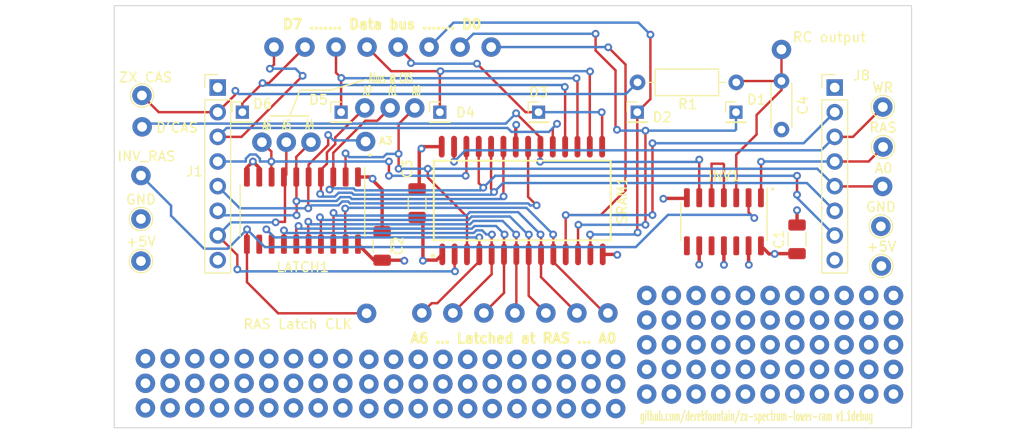
<source format=kicad_pcb>
(kicad_pcb (version 20211014) (generator pcbnew)
  (layers (0 "F.Cu" signal) (1 "In1.Cu" power) (2 "In2.Cu" power) (31 "B.Cu" signal) (34 "B.Paste" user) (35 "F.Paste" user) (36 "B.SilkS" user "B.Silkscreen") (37 "F.SilkS" user "F.Silkscreen") (38 "B.Mask" user) (39 "F.Mask" user) (44 "Edge.Cuts" user))
  (net 0 "")
  (net 1 "+5V")
  (net 2 "GND")
  (net 3 "ZX_CAS")
  (net 4 "ZX_D7")
  (net 5 "ZX_A6")
  (net 6 "ZX_A3")
  (net 7 "ZX_A4")
  (net 8 "ZX_A5")
  (net 9 "ZX_D6")
  (net 10 "ZX_D5")
  (net 11 "ZX_D4")
  (net 12 "ZX_D3")
  (net 13 "ZX_D2")
  (net 14 "ZX_D1")
  (net 16 "ZX_D0")
  (net 17 "ZX_WRITE")
  (net 18 "ZX_RAS")
  (net 19 "ZX_A0")
  (net 20 "ZX_A2")
  (net 21 "ZX_A1")
  (net 23 "RAS_INV")
  (net 27 "RAS_A6")
  (net 28 "RAS_A5")
  (net 29 "RAS_A4")
  (net 30 "RAS_A3")
  (net 31 "RAS_A2")
  (net 32 "RAS_A1")
  (net 33 "RAS_A0")
  (net 35 "DELAYED_ZX_CAS")
  (net 36 "INV_DELAYED_ZX_CAS")
  (net 37 "DELAYED_CAS")
  (footprint "" (layer "F.Cu") (at 171.15 107.78)
    (fp_text reference "4" hide)
    (fp_text value "" hide)
  )
  (footprint "" (layer "F.Cu") (at 160.34 119.44)
    (fp_text reference "59" hide)
    (fp_text value "" hide)
  )
  (footprint "Connector_PinHeader_2.00mm:PinHeader_1x01_P2.00mm_Vertical" (layer "F.Cu") (at 121.92 88.9)
    (fp_text reference "D6")
    (fp_text value "D6")
  )
  (footprint "" (layer "F.Cu") (at 140.02 114.36)
    (fp_text reference "27" hide)
    (fp_text value "" hide)
  )
  (footprint "" (layer "F.Cu") (at 146.773332 109.59)
    (fp_text reference "")
    (fp_text value "")
  )
  (footprint "" (layer "F.Cu") (at 145.1 114.36)
    (fp_text reference "29" hide)
    (fp_text value "" hide)
  )
  (footprint "Connector_PinHeader_2.00mm:PinHeader_1x01_P2.00mm_Vertical" (layer "F.Cu") (at 162.56 88.9)
    (fp_text reference "D2")
    (fp_text value "D2")
  )
  (footprint "TestPoint:TestPoint_THTPad_D2.0mm_Drill1.0mm" (layer "F.Cu") (at 187.6298 100.6602)
    (fp_text reference "GND")
    (fp_text value "TestPoint_THTPad_D2.0mm_Drill1.0mm")
  )
  (footprint "" (layer "F.Cu") (at 142.56 119.44)
    (fp_text reference "52" hide)
    (fp_text value "" hide)
  )
  (footprint "" (layer "F.Cu") (at 186.39 117.94)
    (fp_text reference "58" hide)
    (fp_text value "" hide)
  )
  (footprint "TestPoint:TestPoint_THTPad_D2.0mm_Drill1.0mm" (layer "F.Cu") (at 111.4806 104.2416)
    (fp_text reference "+5V")
    (fp_text value "TestPoint_THTPad_D2.0mm_Drill1.0mm")
  )
  (footprint "" (layer "F.Cu") (at 173.69 117.94)
    (fp_text reference "53" hide)
    (fp_text value "" hide)
  )
  (footprint "" (layer "F.Cu") (at 147.52 82.19)
    (fp_text reference "")
    (fp_text value "")
  )
  (footprint "" (layer "F.Cu") (at 178.77 107.78)
    (fp_text reference "7" hide)
    (fp_text value "" hide)
  )
  (footprint "" (layer "F.Cu") (at 178.77 117.94)
    (fp_text reference "55" hide)
    (fp_text value "" hide)
  )
  (footprint "" (layer "F.Cu") (at 176.23 112.86)
    (fp_text reference "30" hide)
    (fp_text value "" hide)
  )
  (footprint "Capacitor_THT:C_Disc_D4.3mm_W1.9mm_P5.00mm" (layer "F.Cu") (at 177.4 85.69 -90)
    (fp_text reference "C4")
    (fp_text value "C_Small")
  )
  (footprint "" (layer "F.Cu") (at 119.56 114.29)
    (fp_text reference "30" hide)
    (fp_text value "" hide)
  )
  (footprint "" (layer "F.Cu") (at 145.1 116.9)
    (fp_text reference "41" hide)
    (fp_text value "" hide)
  )
  (footprint "" (layer "F.Cu") (at 129.72 116.83)
    (fp_text reference "46" hide)
    (fp_text value "" hide)
  )
  (footprint "" (layer "F.Cu") (at 134.6 91.92)
    (fp_text reference "")
    (fp_text value "")
  )
  (footprint "" (layer "F.Cu") (at 124.64 119.37)
    (fp_text reference "56" hide)
    (fp_text value "" hide)
  )
  (footprint "" (layer "F.Cu") (at 157.8 116.9)
    (fp_text reference "46" hide)
    (fp_text value "" hide)
  )
  (footprint "" (layer "F.Cu") (at 122.1 114.29)
    (fp_text reference "31" hide)
    (fp_text value "" hide)
  )
  (footprint "" (layer "F.Cu") (at 166.07 117.94)
    (fp_text reference "50" hide)
    (fp_text value "" hide)
  )
  (footprint "" (layer "F.Cu") (at 178.77 110.32)
    (fp_text reference "19" hide)
    (fp_text value "" hide)
  )
  (footprint "Connector_PinHeader_2.00mm:PinHeader_1x01_P2.00mm_Vertical" (layer "F.Cu") (at 142.24 88.9)
    (fp_text reference "D4")
    (fp_text value "D4")
  )
  (footprint "" (layer "F.Cu") (at 114.48 119.37)
    (fp_text reference "52" hide)
    (fp_text value "" hide)
  )
  (footprint "" (layer "F.Cu") (at 137.48 116.9)
    (fp_text reference "38" hide)
    (fp_text value "" hide)
  )
  (footprint "" (layer "F.Cu") (at 181.31 107.78)
    (fp_text reference "8" hide)
    (fp_text value "" hide)
  )
  (footprint "" (layer "F.Cu") (at 143.581666 109.59)
    (fp_text reference "")
    (fp_text value "")
  )
  (footprint "" (layer "F.Cu") (at 176.23 115.4)
    (fp_text reference "42" hide)
    (fp_text value "" hide)
  )
  (footprint "" (layer "F.Cu") (at 181.31 117.94)
    (fp_text reference "56" hide)
    (fp_text value "" hide)
  )
  (footprint "" (layer "F.Cu") (at 142.56 116.9)
    (fp_text reference "40" hide)
    (fp_text value "" hide)
  )
  (footprint "" (layer "F.Cu") (at 156.34833 109.59)
    (fp_text reference "")
    (fp_text value "")
  )
  (footprint "" (layer "F.Cu") (at 117.02 119.37)
    (fp_text reference "53" hide)
    (fp_text value "" hide)
  )
  (footprint "" (layer "F.Cu") (at 123.93 91.99)
    (fp_text reference "")
    (fp_text value "")
  )
  (footprint "" (layer "F.Cu") (at 159.54 109.59)
    (fp_text reference "")
    (fp_text value "")
  )
  (footprint "" (layer "F.Cu") (at 155.26 114.36)
    (fp_text reference "33" hide)
    (fp_text value "" hide)
  )
  (footprint "" (layer "F.Cu") (at 124.64 116.83)
    (fp_text reference "44" hide)
    (fp_text value "" hide)
  )
  (footprint "" (layer "F.Cu") (at 127.18 119.37)
    (fp_text reference "57" hide)
    (fp_text value "" hide)
  )
  (footprint "" (layer "F.Cu") (at 150.18 119.44)
    (fp_text reference "55" hide)
    (fp_text value "" hide)
  )
  (footprint "" (layer "F.Cu") (at 173.69 112.86)
    (fp_text reference "29" hide)
    (fp_text value "" hide)
  )
  (footprint "TestPoint:TestPoint_THTPad_D2.0mm_Drill1.0mm" (layer "F.Cu") (at 111.4806 99.8982)
    (fp_text reference "GND")
    (fp_text value "TestPoint_THTPad_D2.0mm_Drill1.0mm")
  )
  (footprint "Library:SOIC127P1210X305-28N" (layer "F.Cu") (at 150.718809 98 90)
    (fp_text reference "SRAM1")
    (fp_text value "IS62C256AL-45ULI")
  )
  (footprint "" (layer "F.Cu") (at 111.94 119.37)
    (fp_text reference "51" hide)
    (fp_text value "" hide)
  )
  (footprint "" (layer "F.Cu") (at 152.72 116.9)
    (fp_text reference "44" hide)
    (fp_text value "" hide)
  )
  (footprint "" (layer "F.Cu") (at 111.4806 95.4278)
    (fp_text reference "")
    (fp_text value "")
  )
  (footprint "" (layer "F.Cu") (at 127.18 114.29)
    (fp_text reference "33" hide)
    (fp_text value "" hide)
  )
  (footprint "" (layer "F.Cu") (at 147.64 119.44)
    (fp_text reference "54" hide)
    (fp_text value "" hide)
  )
  (footprint "" (layer "F.Cu") (at 144.327142 82.19)
    (fp_text reference "")
    (fp_text value "")
  )
  (footprint "" (layer "F.Cu") (at 145.1 119.44)
    (fp_text reference "53" hide)
    (fp_text value "" hide)
  )
  (footprint "" (layer "F.Cu") (at 163.53 107.78)
    (fp_text reference "1" hide)
    (fp_text value "" hide)
  )
  (footprint "" (layer "F.Cu") (at 127.18 116.83)
    (fp_text reference "45" hide)
    (fp_text value "" hide)
  )
  (footprint "" (layer "F.Cu") (at 181.31 110.32)
    (fp_text reference "20" hide)
    (fp_text value "" hide)
  )
  (footprint "" (layer "F.Cu") (at 188.93 112.86)
    (fp_text reference "35" hide)
    (fp_text value "" hide)
  )
  (footprint "" (layer "F.Cu") (at 168.61 117.94)
    (fp_text reference "51" hide)
    (fp_text value "" hide)
  )
  (footprint "" (layer "F.Cu") (at 188.93 115.4)
    (fp_text reference "47" hide)
    (fp_text value "" hide)
  )
  (footprint "" (layer "F.Cu") (at 173.69 110.32)
    (fp_text reference "17" hide)
    (fp_text value "" hide)
  )
  (footprint "" (layer "F.Cu") (at 178.77 112.86)
    (fp_text reference "31" hide)
    (fp_text value "" hide)
  )
  (footprint "TestPoint:TestPoint_THTPad_D2.0mm_Drill1.0mm" (layer "F.Cu") (at 111.5822 87.1728)
    (fp_text reference "ZX CAS")
    (fp_text value "TestPoint_THTPad_D2.0mm_Drill1.0mm")
  )
  (footprint "" (layer "F.Cu") (at 168.61 110.32)
    (fp_text reference "15" hide)
    (fp_text value "" hide)
  )
  (footprint "" (layer "F.Cu") (at 117.02 116.83)
    (fp_text reference "41" hide)
    (fp_text value "" hide)
  )
  (footprint "" (layer "F.Cu") (at 132.26 114.29)
    (fp_text reference "35" hide)
    (fp_text value "" hide)
  )
  (footprint "" (layer "F.Cu") (at 137.48 119.44)
    (fp_text reference "50" hide)
    (fp_text value "" hide)
  )
  (footprint "Connector_PinHeader_2.54mm:PinHeader_1x08_P2.54mm_Vertical" (layer "F.Cu") (at 119.38 86.36)
    (fp_text reference "J1")
    (fp_text value "Conn_01x08_Male")
  )
  (footprint "" (layer "F.Cu") (at 111.94 114.29)
    (fp_text reference "27" hide)
    (fp_text value "" hide)
  )
  (footprint "" (layer "F.Cu") (at 176.23 117.94)
    (fp_text reference "54" hide)
    (fp_text value "" hide)
  )
  (footprint "Capacitor_SMD:C_1206_3216Metric" (layer "F.Cu") (at 179 102 90)
    (fp_text reference "C1")
    (fp_text value "C_Small")
  )
  (footprint "" (layer "F.Cu") (at 139.66 88.46)
    (fp_text reference "")
    (fp_text value "")
  )
  (footprint "" (layer "F.Cu") (at 141.134285 82.19)
    (fp_text reference "")
    (fp_text value "")
  )
  (footprint "" (layer "F.Cu") (at 150.18 116.9)
    (fp_text reference "43" hide)
    (fp_text value "" hide)
  )
  (footprint "Resistor_THT:R_Axial_DIN0207_L6.3mm_D2.5mm_P10.16mm_Horizontal" (layer "F.Cu") (at 162.5854 85.8266)
    (fp_text reference "R1")
    (fp_text value "270R")
  )
  (footprint "" (layer "F.Cu") (at 134.7 109.62)
    (fp_text reference "")
    (fp_text value "")
  )
  (footprint "" (layer "F.Cu") (at 137.941428 82.19)
    (fp_text reference "")
    (fp_text value "")
  )
  (footprint "" (layer "F.Cu") (at 155.26 116.9)
    (fp_text reference "45" hide)
    (fp_text value "" hide)
  )
  (footprint "" (layer "F.Cu") (at 168.61 107.78)
    (fp_text reference "3" hide)
    (fp_text value "" hide)
  )
  (footprint "" (layer "F.Cu") (at 168.61 115.4)
    (fp_text reference "39" hide)
    (fp_text value "" hide)
  )
  (footprint "" (layer "F.Cu") (at 147.64 114.36)
    (fp_text reference "30" hide)
    (fp_text value "" hide)
  )
  (footprint "" (layer "F.Cu") (at 163.53 110.32)
    (fp_text reference "13" hide)
    (fp_text value "" hide)
  )
  (footprint "Capacitor_SMD:C_1206_3216Metric" (layer "F.Cu") (at 136.3 102.675 90)
    (fp_text reference "C2")
    (fp_text value "C_Small")
  )
  (footprint "" (layer "F.Cu") (at 134.748571 82.19)
    (fp_text reference "")
    (fp_text value "")
  )
  (footprint "" (layer "F.Cu") (at 168.61 112.86)
    (fp_text reference "27" hide)
    (fp_text value "" hide)
  )
  (footprint "" (layer "F.Cu") (at 186.39 107.78)
    (fp_text reference "10" hide)
    (fp_text value "" hide)
  )
  (footprint "Connector_PinHeader_2.54mm:PinHeader_1x08_P2.54mm_Vertical" (layer "F.Cu") (at 182.88 86.36)
    (fp_text reference "J8")
    (fp_text value "Conn_01x08_Male")
  )
  (footprint "" (layer "F.Cu") (at 152.72 119.44)
    (fp_text reference "56" hide)
    (fp_text value "" hide)
  )
  (footprint "Connector_PinHeader_2.00mm:PinHeader_1x01_P2.00mm_Vertical" (layer "F.Cu") (at 132.08 88.9)
    (fp_text reference "D5")
    (fp_text value "D5")
  )
  (footprint "" (layer "F.Cu") (at 176.23 110.32)
    (fp_text reference "18" hide)
    (fp_text value "" hide)
  )
  (footprint "" (layer "F.Cu") (at 188.93 117.94)
    (fp_text reference "59" hide)
    (fp_text value "" hide)
  )
  (footprint "" (layer "F.Cu") (at 163.53 117.94)
    (fp_text reference "49" hide)
    (fp_text value "" hide)
  )
  (footprint "" (layer "F.Cu") (at 160.34 116.9)
    (fp_text reference "47" hide)
    (fp_text value "" hide)
  )
  (footprint "" (layer "F.Cu") (at 150.18 114.36)
    (fp_text reference "31" hide)
    (fp_text value "" hide)
  )
  (footprint "" (layer "F.Cu") (at 163.53 115.4)
    (fp_text reference "37" hide)
    (fp_text value "" hide)
  )
  (footprint "" (layer "F.Cu") (at 132.26 116.83)
    (fp_text reference "47" hide)
    (fp_text value "" hide)
  )
  (footprint "" (layer "F.Cu") (at 149.964998 109.59)
    (fp_text reference "")
    (fp_text value "")
  )
  (footprint "" (layer "F.Cu") (at 131.555714 82.19)
    (fp_text reference "")
    (fp_text value "")
  )
  (footprint "" (layer "F.Cu") (at 147.64 116.9)
    (fp_text reference "42" hide)
    (fp_text value "" hide)
  )
  (footprint "" (layer "F.Cu") (at 171.15 110.32)
    (fp_text reference "16" hide)
    (fp_text value "" hide)
  )
  (footprint "" (layer "F.Cu") (at 111.94 116.83)
    (fp_text reference "39" hide)
    (fp_text value "" hide)
  )
  (footprint "" (layer "F.Cu") (at 163.53 112.86)
    (fp_text reference "25" hide)
    (fp_text value "" hide)
  )
  (footprint "" (layer "F.Cu") (at 166.07 107.78)
    (fp_text reference "2" hide)
    (fp_text value "" hide)
  )
  (footprint "" (layer "F.Cu") (at 134.52 88.46)
    (fp_text reference "")
    (fp_text value "")
  )
  (footprint "" (layer "F.Cu") (at 176.23 107.78)
    (fp_text reference "6" hide)
    (fp_text value "" hide)
  )
  (footprint "" (layer "F.Cu") (at 124.64 114.29)
    (fp_text reference "32" hide)
    (fp_text value "" hide)
  )
  (footprint "" (layer "F.Cu") (at 125.17 82.19)
    (fp_text reference "")
    (fp_text value "")
  )
  (footprint "" (layer "F.Cu") (at 140.02 119.44)
    (fp_text reference "51" hide)
    (fp_text value "" hide)
  )
  (footprint "" (layer "F.Cu") (at 153.156664 109.59)
    (fp_text reference "")
    (fp_text value "")
  )
  (footprint "Connector_PinHeader_2.00mm:PinHeader_1x01_P2.00mm_Vertical" (layer "F.Cu") (at 172.72 88.9)
    (fp_text reference "D1")
    (fp_text value "D1")
  )
  (footprint "" (layer "F.Cu") (at 183.85 110.32)
    (fp_text reference "21" hide)
    (fp_text value "" hide)
  )
  (footprint "" (layer "F.Cu") (at 157.8 119.44)
    (fp_text reference "58" hide)
    (fp_text value "" hide)
  )
  (footprint "" (layer "F.Cu") (at 140.02 116.9)
    (fp_text reference "39" hide)
    (fp_text value "" hide)
  )
  (footprint "" (layer "F.Cu") (at 188.93 110.32)
    (fp_text reference "23" hide)
    (fp_text value "" hide)
  )
  (footprint "" (layer "F.Cu") (at 171.15 115.4)
    (fp_text reference "40" hide)
    (fp_text value "" hide)
  )
  (footprint "TestPoint:TestPoint_THTPad_D2.0mm_Drill1.0mm" (layer "F.Cu") (at 187.6806 104.7496)
    (fp_text reference "+5V")
    (fp_text value "TestPoint_THTPad_D2.0mm_Drill1.0mm")
  )
  (footprint "" (layer "F.Cu") (at 188.93 107.78)
    (fp_text reference "11" hide)
    (fp_text value "" hide)
  )
  (footprint "" (layer "F.Cu") (at 171.15 112.86)
    (fp_text reference "28" hide)
    (fp_text value "" hide)
  )
  (footprint "" (layer "F.Cu") (at 128.362857 82.19)
    (fp_text reference "")
    (fp_text value "")
  )
  (footprint "" (layer "F.Cu") (at 173.69 115.4)
    (fp_text reference "41" hide)
    (fp_text value "" hide)
  )
  (footprint "" (layer "F.Cu") (at 137.12 88.46)
    (fp_text reference "")
    (fp_text value "")
  )
  (footprint "" (layer "F.Cu") (at 186.39 110.32)
    (fp_text reference "22" hide)
    (fp_text value "" hide)
  )
  (footprint "Package_SO:SO-20_5.3x12.6mm_P1.27mm" (layer "F.Cu") (at 128.1 99.04 -90)
    (fp_text reference "LATCH1")
    (fp_text value "74HCT574")
  )
  (footprint "" (layer "F.Cu") (at 122.1 119.37)
    (fp_text reference "55" hide)
    (fp_text value "" hide)
  )
  (footprint "" (layer "F.Cu") (at 119.56 119.37)
    (fp_text reference "54" hide)
    (fp_text value "" hide)
  )
  (footprint "" (layer "F.Cu") (at 186.39 115.4)
    (fp_text reference "46" hide)
    (fp_text value "" hide)
  )
  (footprint "" (layer "F.Cu") (at 129.72 119.37)
    (fp_text reference "58" hide)
    (fp_text value "" hide)
  )
  (footprint "" (layer "F.Cu") (at 134.94 114.36)
    (fp_text reference "25" hide)
    (fp_text value "" hide)
  )
  (footprint "" (layer "F.Cu") (at 134.94 119.44)
    (fp_text reference "49" hide)
    (fp_text value "" hide)
  )
  (footprint "" (layer "F.Cu") (at 166.07 110.32)
    (fp_text reference "14" hide)
    (fp_text value "" hide)
  )
  (footprint "" (layer "F.Cu") (at 142.56 114.36)
    (fp_text reference "28" hide)
    (fp_text value "" hide)
  )
  (footprint "" (layer "F.Cu") (at 117.02 114.29)
    (fp_text reference "29" hide)
    (fp_text value "" hide)
  )
  (footprint "" (layer "F.Cu") (at 137.48 114.36)
    (fp_text reference "26" hide)
    (fp_text value "" hide)
  )
  (footprint "" (layer "F.Cu") (at 181.31 112.86)
    (fp_text reference "32" hide)
    (fp_text value "" hide)
  )
  (footprint "" (layer "F.Cu") (at 187.8076 96.5454)
    (fp_text reference "")
    (fp_text value "")
  )
  (footprint "Package_SO:SOIC-14_3.9x8.7mm_P1.27mm" (layer "F.Cu") (at 171.475 100.19 -90)
    (fp_text reference "INV1")
    (fp_text value "74HCT04")
  )
  (footprint "" (layer "F.Cu") (at 183.85 115.4)
    (fp_text reference "45" hide)
    (fp_text value "" hide)
  )
  (footprint "" (layer "F.Cu") (at 186.39 112.86)
    (fp_text reference "34" hide)
    (fp_text value "" hide)
  )
  (footprint "" (layer "F.Cu") (at 126.44 91.99)
    (fp_text reference "")
    (fp_text value "")
  )
  (footprint "TestPoint:TestPoint_THTPad_D2.0mm_Drill1.0mm" (layer "F.Cu") (at 187.8584 92.4814)
    (fp_text reference "RAS")
    (fp_text value "TestPoint_THTPad_D2.0mm_Drill1.0mm")
  )
  (footprint "" (layer "F.Cu") (at 183.85 107.78)
    (fp_text reference "9" hide)
    (fp_text value "" hide)
  )
  (footprint "" (layer "F.Cu") (at 140.39 109.59)
    (fp_text reference "")
    (fp_text value "")
  )
  (footprint "" (layer "F.Cu") (at 171.15 117.94)
    (fp_text reference "52" hide)
    (fp_text value "" hide)
  )
  (footprint "" (layer "F.Cu") (at 111.6 90.41)
    (fp_text reference "")
    (fp_text value "")
  )
  (footprint "" (layer "F.Cu") (at 114.48 116.83)
    (fp_text reference "40" hide)
    (fp_text value "" hide)
  )
  (footprint "" (layer "F.Cu") (at 119.56 116.83)
    (fp_text reference "42" hide)
    (fp_text value "" hide)
  )
  (footprint "" (layer "F.Cu") (at 166.07 112.86)
    (fp_text reference "26" hide)
    (fp_text value "" hide)
  )
  (footprint "" (layer "F.Cu") (at 177.4 82.44)
    (fp_text reference "")
    (fp_text value "")
  )
  (footprint "" (layer "F.Cu") (at 134.94 116.9)
    (fp_text reference "37" hide)
    (fp_text value "" hide)
  )
  (footprint "" (layer "F.Cu") (at 166.07 115.4)
    (fp_text reference "38" hide)
    (fp_text value "" hide)
  )
  (footprint "" (layer "F.Cu") (at 155.26 119.44)
    (fp_text reference "57" hide)
    (fp_text value "" hide)
  )
  (footprint "" (layer "F.Cu") (at 183.85 112.86)
    (fp_text reference "33" hide)
    (fp_text value "" hide)
  )
  (footprint "" (layer "F.Cu") (at 160.34 114.36)
    (fp_text reference "35" hide)
    (fp_text value "" hide)
  )
  (footprint "" (layer "F.Cu") (at 152.72 114.36)
    (fp_text reference "32" hide)
    (fp_text value "" hide)
  )
  (footprint "" (layer "F.Cu") (at 183.85 117.94)
    (fp_text reference "57" hide)
    (fp_text value "" hide)
  )
  (footprint "" (layer "F.Cu") (at 157.8 114.36)
    (fp_text reference "34" hide)
    (fp_text value "" hide)
  )
  (footprint "" (layer "F.Cu") (at 128.98 91.99)
    (fp_text reference "")
    (fp_text value "")
  )
  (footprint "" (layer "F.Cu") (at 173.69 107.78)
    (fp_text reference "5" hide)
    (fp_text value "" hide)
  )
  (footprint "" (layer "F.Cu") (at 114.48 114.29)
    (fp_text reference "28" hide)
    (fp_text value "" hide)
  )
  (footprint "" (layer "F.Cu") (at 129.72 114.29)
    (fp_text reference "34" hide)
    (fp_text value "" hide)
  )
  (footprint "" (layer "F.Cu") (at 181.31 115.4)
    (fp_text reference "44" hide)
    (fp_text value "" hide)
  )
  (footprint "Connector_PinHeader_2.00mm:PinHeader_1x01_P2.00mm_Vertical" (layer "F.Cu") (at 152.4 88.9)
    (fp_text reference "D3")
    (fp_text value "D3")
  )
  (footprint "" (layer "F.Cu") (at 132.26 119.37)
    (fp_text reference "59" hide)
    (fp_text value "" hide)
  )
  (footprint "Capacitor_SMD:C_1206_3216Metric" (layer "F.Cu") (at 139.9 98.264583 -90)
    (fp_text reference "C3")
    (fp_text value "C_Small")
  )
  (footprint "" (layer "F.Cu") (at 122.1 116.83)
    (fp_text reference "43" hide)
    (fp_text value "" hide)
  )
  (footprint "" (layer "F.Cu") (at 178.77 115.4)
    (fp_text reference "43" hide)
    (fp_text value "" hide)
  )
  (footprint "TestPoint:TestPoint_THTPad_D2.0mm_Drill1.0mm" (layer "F.Cu") (at 187.833 88.3666)
    (fp_text reference "WR")
    (fp_text value "TestPoint_THTPad_D2.0mm_Drill1.0mm")
  )
  (gr_line (start 127.85 86.62) (end 126.82 89.21) (layer "F.SilkS") (width 0.15))
  (gr_line (start 124.76 89.28) (end 128.76 89.28) (layer "F.SilkS") (width 0.15))
  (gr_line (start 134.61 85.54) (end 131.04 86.62) (layer "F.SilkS") (width 0.15))
  (gr_line (start 131.04 86.62) (end 127.85 86.62) (layer "F.SilkS") (width 0.15))
  (gr_circle (center 135.04 93.32) (end 135.14 93.32) (layer "F.SilkS") (width 0.15) (fill none))
  (gr_circle (center 176.48 96.82) (end 176.58 96.82) (layer "F.SilkS") (width 0.15) (fill none))
  (gr_rect (start 108.735694 77.921454) (end 190.788015 121.408096) (layer "Edge.Cuts") (width 0.1) (fill none))
  (gr_text "A2" (at 134.79 86.73) (layer "F.SilkS") (effects (font (size 1 0.5) (thickness 0.125))))
  (gr_text "" (at 111.506 90.9742) (layer "F.SilkS") (effects (font (size 1.27 1.27))))
  (gr_text "RAS Latch CLK" (at 127.63 110.73) (layer "F.SilkS") (effects (font (size 1 1))))
  (gr_text "A5" (at 126.47 90.25) (layer "F.SilkS") (effects (font (size 1 0.5) (thickness 0.125))))
  (gr_text "github.com/derekfountain/zx-spectrum-lower-ram v1.1debug" (at 174.84 120.21) (layer "F.SilkS") (effects (font (size 1 0.5) (thickness 0.125))))
  (gr_text "RC output" (at 182.32 81.17) (layer "F.SilkS") (effects (font (size 1 1))))
  (gr_text "INV_RAS" (at 112.0394 93.4466) (layer "F.SilkS") (effects (font (size 1 1))))
  (gr_text "A4" (at 128.86 90.22) (layer "F.SilkS") (effects (font (size 1 0.5) (thickness 0.125))))
  (gr_text "A6 ... Latched at RAS ... A0" (at 149.82 112.2) (layer "F.SilkS") (effects (font (size 1 1) (thickness 0.25))))
  (gr_text "D7 ....... Data bus ....... D0" (at 136.3 79.84) (layer "F.SilkS") (effects (font (size 1 1) (thickness 0.25))))
  (gr_text "" (at 111.506 90.9742) (layer "F.SilkS") (effects (font (size 1.27 1.27))))
  (gr_text "D'CAS" (at 115.2 90.49) (layer "F.SilkS") (effects (font (size 1 1))))
  (gr_text "A6" (at 124.44 90.26) (layer "F.SilkS") (effects (font (size 1 0.5) (thickness 0.125))))
  (gr_text "Abus @ CAS" (at 137.21 85.38) (layer "F.SilkS") (effects (font (size 1 0.5) (thickness 0.125))))
  (gr_text "A0" (at 187.9092 94.6658) (layer "F.SilkS") (effects (font (size 1 1))))
  (gr_text "A3" (at 136.68 91.83) (layer "F.SilkS") (effects (font (size 0.75 0.75))))
  (gr_text "A1" (at 137.42 86.69) (layer "F.SilkS") (effects (font (size 1 0.5) (thickness 0.125))))
  (gr_text "A0" (at 139.84 86.72) (layer "F.SilkS") (effects (font (size 1 0.5) (thickness 0.125))))
  (segment (start 133.815 102.5025) (end 135.6125 104.3) (width 0.35) (layer "F.Cu") (net 1))
  (segment (start 176.725 103.475) (end 179 103.475) (width 0.35) (layer "F.Cu") (net 1))
  (segment (start 176.7 103.5) (end 176.12 103.5) (width 0.35) (layer "F.Cu") (net 1))
  (segment (start 140.121235 92.878765) (end 140.35 92.65) (width 0.35) (layer "F.Cu") (net 1))
  (segment (start 176.12 103.5) (end 175.285 102.665) (width 0.35) (layer "F.Cu") (net 1))
  (segment (start 140.35 92.65) (end 140.55 92.45) (width 0.35) (layer "F.Cu") (net 1))
  (segment (start 138.529739 104.15) (end 138.585685 104.205946) (width 0.35) (layer "F.Cu") (net 1))
  (segment (start 136.3 104.15) (end 138.529739 104.15) (width 0.35) (layer "F.Cu") (net 1))
  (segment (start 140.121235 96.568348) (end 140.121235 92.878765) (width 0.35) (layer "F.Cu") (net 1))
  (segment (start 135.6125 104.3) (end 136.15 104.3) (width 0.35) (layer "F.Cu") (net 1))
  (segment (start 139.9 96.789583) (end 140.121235 96.568348) (width 0.35) (layer "F.Cu") (net 1))
  (segment (start 140.55 92.45) (end 142.433809 92.45) (width 0.35) (layer "F.Cu") (net 1))
  (segment (start 176.7 103.5) (end 176.725 103.475) (width 0.35) (layer "F.Cu") (net 1))
  (via (at 138.585685 104.205946) (size 0.8) (drill 0.4) (layers "F.Cu" "B.Cu") (net 1))
  (via (at 176.7 103.5) (size 0.8) (drill 0.4) (layers "F.Cu" "B.Cu") (net 1))
  (via (at 140.35 92.65) (size 0.8) (drill 0.4) (layers "F.Cu" "B.Cu") (net 1))
  (segment (start 122.385 94.595) (end 123 93.98) (width 0.35) (layer "F.Cu") (net 2))
  (segment (start 174.015 104.605) (end 174.015 102.665) (width 0.35) (layer "F.Cu") (net 2))
  (segment (start 171.475 102.665) (end 171.475 104.625) (width 0.35) (layer "F.Cu") (net 2))
  (segment (start 141.903809 104.14) (end 140.56 104.14) (width 0.35) (layer "F.Cu") (net 2))
  (segment (start 135.1475 95.5775) (end 133.815 95.5775) (width 0.35) (layer "F.Cu") (net 2))
  (segment (start 140.5 104.2) (end 140.5 100.339583) (width 0.35) (layer "F.Cu") (net 2))
  (segment (start 174.04 104.63) (end 174.015 104.605) (width 0.35) (layer "F.Cu") (net 2))
  (segment (start 135.32 95.75) (end 135.32 95.895) (width 0.35) (layer "F.Cu") (net 2))
  (segment (start 159.003809 103.55) (end 160.45 103.55) (width 0.35) (layer "F.Cu") (net 2))
  (segment (start 168.935 104.595) (end 168.93 104.6) (width 0.35) (layer "F.Cu") (net 2))
  (segment (start 135.32 95.895) (end 136.3 96.875) (width 0.35) (layer "F.Cu") (net 2))
  (segment (start 165.28 97.78) (end 167.6 97.78) (width 0.35) (layer "F.Cu") (net 2))
  (segment (start 171.475 104.625) (end 171.48 104.63) (width 0.35) (layer "F.Cu") (net 2))
  (segment (start 122.385 95.5775) (end 122.385 94.595) (width 0.35) (layer "F.Cu") (net 2))
  (segment (start 140.5 100.339583) (end 139.9 99.739583) (width 0.35) (layer "F.Cu") (net 2))
  (segment (start 160.45 103.55) (end 160.5 103.6) (width 0.35) (layer "F.Cu") (net 2))
  (segment (start 123.655 95.5775) (end 123.655 94.635) (width 0.35) (layer "F.Cu") (net 2))
  (segment (start 142.493809 103.55) (end 141.903809 104.14) (width 0.35) (layer "F.Cu") (net 2))
  (segment (start 140.56 104.14) (end 140.5 104.2) (width 0.35) (layer "F.Cu") (net 2))
  (segment (start 135.32 95.75) (end 135.1475 95.5775) (width 0.35) (layer "F.Cu") (net 2))
  (segment (start 136.3 96.875) (end 136.3 101.2) (width 0.35) (layer "F.Cu") (net 2))
  (segment (start 165.24 97.82) (end 165.28 97.78) (width 0.35) (layer "F.Cu") (net 2))
  (segment (start 123.655 94.635) (end 123 93.98) (width 0.35) (layer "F.Cu") (net 2))
  (segment (start 167.6 97.78) (end 167.665 97.715) (width 0.35) (layer "F.Cu") (net 2))
  (segment (start 150.053809 90.246191) (end 150.1 90.2) (width 0.35) (layer "F.Cu") (net 2))
  (segment (start 150.053809 92.45) (end 150.053809 90.246191) (width 0.35) (layer "F.Cu") (net 2))
  (segment (start 168.935 102.665) (end 168.935 104.595) (width 0.35) (layer "F.Cu") (net 2))
  (segment (start 179 100.525) (end 179 99) (width 0.35) (layer "F.Cu") (net 2))
  (via (at 135.32 95.75) (size 0.8) (drill 0.4) (layers "F.Cu" "B.Cu") (net 2))
  (via (at 179 99) (size 0.8) (drill 0.4) (layers "F.Cu" "B.Cu") (net 2))
  (via (at 168.93 104.6) (size 0.8) (drill 0.4) (layers "F.Cu" "B.Cu") (net 2))
  (via (at 174.04 104.63) (size 0.8) (drill 0.4) (layers "F.Cu" "B.Cu") (net 2))
  (via (at 150.1 90.2) (size 0.8) (drill 0.4) (layers "F.Cu" "B.Cu") (net 2))
  (via (at 140.5 104.2) (size 0.8) (drill 0.4) (layers "F.Cu" "B.Cu") (net 2))
  (via (at 123 93.98) (size 0.8) (drill 0.4) (layers "F.Cu" "B.Cu") (net 2))
  (via (at 165.24 97.82) (size 0.8) (drill 0.4) (layers "F.Cu" "B.Cu") (net 2))
  (via (at 171.48 104.63) (size 0.8) (drill 0.4) (layers "F.Cu" "B.Cu") (net 2))
  (via (at 160.5 103.6) (size 0.8) (drill 0.4) (layers "F.Cu" "B.Cu") (net 2))
  (segment (start 113.3094 88.9) (end 111.5822 87.1728) (width 0.25) (layer "F.Cu") (net 3))
  (segment (start 119.38 88.9) (end 113.3094 88.9) (width 0.25) (layer "F.Cu") (net 3))
  (segment (start 121.1955 86.7) (end 121.1955 87.0845) (width 0.25) (layer "F.Cu") (net 3))
  (segment (start 121.1955 87.0845) (end 119.38 88.9) (width 0.25) (layer "F.Cu") (net 3))
  (via (at 121.1955 86.7) (size 0.8) (drill 0.4) (layers "F.Cu" "B.Cu") (net 3))
  (segment (start 121.5205 87.025) (end 121.1955 86.7) (width 0.25) (layer "B.Cu") (net 3))
  (segment (start 161.387 87.025) (end 121.5205 87.025) (width 0.25) (layer "B.Cu") (net 3))
  (segment (start 161.387 87.025) (end 162.5854 85.8266) (width 0.25) (layer "B.Cu") (net 3))
  (segment (start 119.38 91.44) (end 121.83 91.44) (width 0.25) (layer "F.Cu") (net 4))
  (segment (start 125.17 84) (end 124.75 84.42) (width 0.25) (layer "F.Cu") (net 4))
  (segment (start 154.3 90.1) (end 153.863809 90.536191) (width 0.25) (layer "F.Cu") (net 4))
  (segment (start 125.17 82.19) (end 125.17 84) (width 0.25) (layer "F.Cu") (net 4))
  (segment (start 121.83 91.44) (end 128.12 85.15) (width 0.25) (layer "F.Cu") (net 4))
  (segment (start 153.863809 90.536191) (end 153.863809 92.45) (width 0.25) (layer "F.Cu") (net 4))
  (via (at 124.75 84.42) (size 0.8) (drill 0.4) (layers "F.Cu" "B.Cu") (net 4))
  (via (at 154.3 90.1) (size 0.8) (drill 0.4) (layers "F.Cu" "B.Cu") (net 4))
  (via (at 128.12 85.15) (size 0.8) (drill 0.4) (layers "F.Cu" "B.Cu") (net 4))
  (segment (start 154.3 90.1) (end 153.475 90.925) (width 0.25) (layer "B.Cu") (net 4))
  (segment (start 149.611396 90.925) (end 149.211396 90.525) (width 0.25) (layer "B.Cu") (net 4))
  (segment (start 127.39 84.42) (end 124.75 84.42) (width 0.25) (layer "B.Cu") (net 4))
  (segment (start 128.12 85.15) (end 127.39 84.42) (width 0.25) (layer "B.Cu") (net 4))
  (segment (start 153.475 90.925) (end 149.611396 90.925) (width 0.25) (layer "B.Cu") (net 4))
  (segment (start 149.211396 90.525) (end 120.295 90.525) (width 0.25) (layer "B.Cu") (net 4))
  (segment (start 120.295 90.525) (end 119.38 91.44) (width 0.25) (layer "B.Cu") (net 4))
  (segment (start 124.9 93.98) (end 124.9 95.5525) (width 0.25) (layer "F.Cu") (net 5))
  (segment (start 124.9 93.98) (end 124.9 92.96) (width 0.25) (layer "F.Cu") (net 5))
  (segment (start 124.9 95.5525) (end 124.925 95.5775) (width 0.25) (layer "F.Cu") (net 5))
  (segment (start 144.973809 95.377191) (end 144.9 95.451) (width 0.25) (layer "F.Cu") (net 5))
  (segment (start 124.9 92.96) (end 123.93 91.99) (width 0.25) (layer "F.Cu") (net 5))
  (segment (start 144.973809 92.45) (end 144.973809 95.377191) (width 0.25) (layer "F.Cu") (net 5))
  (segment (start 137 95.451) (end 137 93.98) (width 0.25) (layer "F.Cu") (net 5))
  (via (at 137 95.451) (size 0.8) (drill 0.4) (layers "F.Cu" "B.Cu") (net 5))
  (via (at 144.9 95.451) (size 0.8) (drill 0.4) (layers "F.Cu" "B.Cu") (net 5))
  (via (at 137 93.98) (size 0.8) (drill 0.4) (layers "F.Cu" "B.Cu") (net 5))
  (via (at 124.9 93.98) (size 0.8) (drill 0.4) (layers "F.Cu" "B.Cu") (net 5))
  (segment (start 123.300305 93.255) (end 122.699695 93.255) (width 0.25) (layer "B.Cu") (net 5))
  (segment (start 137 93.98) (end 124.9 93.98) (width 0.25) (layer "B.Cu") (net 5))
  (segment (start 122.275 93.98) (end 119.38 93.98) (width 0.25) (layer "B.Cu") (net 5))
  (segment (start 144.9 95.451) (end 137 95.451) (width 0.25) (layer "B.Cu") (net 5))
  (segment (start 123.725 93.98) (end 123.725 93.679695) (width 0.25) (layer "B.Cu") (net 5))
  (segment (start 122.275 93.679695) (end 122.275 93.98) (width 0.25) (layer "B.Cu") (net 5))
  (segment (start 122.699695 93.255) (end 122.275 93.679695) (width 0.25) (layer "B.Cu") (net 5))
  (segment (start 124.9 93.98) (end 123.725 93.98) (width 0.25) (layer "B.Cu") (net 5))
  (segment (start 123.725 93.679695) (end 123.300305 93.255) (width 0.25) (layer "B.Cu") (net 5))
  (segment (start 128.735 94.295) (end 128.735 95.5775) (width 0.25) (layer "F.Cu") (net 6))
  (segment (start 151.323809 97.623809) (end 151.323809 92.45) (width 0.25) (layer "F.Cu") (net 6))
  (segment (start 128.7 95.6125) (end 128.735 95.5775) (width 0.25) (layer "F.Cu") (net 6))
  (segment (start 152.2 98.5) (end 151.323809 97.623809) (width 0.25) (layer "F.Cu") (net 6))
  (segment (start 130.75 91.2495) (end 130.75 92.28) (width 0.25) (layer "F.Cu") (net 6))
  (segment (start 128.7 98.8) (end 128.7 95.6125) (width 0.25) (layer "F.Cu") (net 6))
  (segment (start 130.75 92.28) (end 128.735 94.295) (width 0.25) (layer "F.Cu") (net 6))
  (via (at 128.7 98.8) (size 0.8) (drill 0.4) (layers "F.Cu" "B.Cu") (net 6))
  (via (at 152.2 98.5) (size 0.8) (drill 0.4) (layers "F.Cu" "B.Cu") (net 6))
  (via (at 130.75 91.2495) (size 0.8) (drill 0.4) (layers "F.Cu" "B.Cu") (net 6))
  (segment (start 132.199695 98.1005) (end 132.800305 98.1005) (width 0.25) (layer "B.Cu") (net 6))
  (segment (start 132.800305 98.1005) (end 132.999805 98.3) (width 0.25) (layer "B.Cu") (net 6))
  (segment (start 128.7 98.8) (end 129 98.5) (width 0.25) (layer "B.Cu") (net 6))
  (segment (start 151.536396 98.5) (end 152.2 98.5) (width 0.25) (layer "B.Cu") (net 6))
  (segment (start 132.999805 98.3) (end 151.336396 98.3) (width 0.25) (layer "B.Cu") (net 6))
  (segment (start 128.7 98.8) (end 121.66 98.8) (width 0.25) (layer "B.Cu") (net 6))
  (segment (start 129 98.5) (end 131.800195 98.5) (width 0.25) (layer "B.Cu") (net 6))
  (segment (start 134.48 91.8) (end 134.6 91.92) (width 0.25) (layer "B.Cu") (net 6))
  (segment (start 131.3005 91.8) (end 134.48 91.8) (width 0.25) (layer "B.Cu") (net 6))
  (segment (start 130.75 91.2495) (end 131.3005 91.8) (width 0.25) (layer "B.Cu") (net 6))
  (segment (start 121.66 98.8) (end 119.38 96.52) (width 0.25) (layer "B.Cu") (net 6))
  (segment (start 151.336396 98.3) (end 151.536396 98.5) (width 0.25) (layer "B.Cu") (net 6))
  (segment (start 131.800195 98.5) (end 132.199695 98.1005) (width 0.25) (layer "B.Cu") (net 6))
  (segment (start 148.783809 97.559309) (end 148.783809 92.45) (width 0.25) (layer "F.Cu") (net 7))
  (segment (start 127.4826 98.0755) (end 127.4826 95.5951) (width 0.25) (layer "F.Cu") (net 7))
  (segment (start 127.5 98.0929) (end 127.5 99.5245) (width 0.25) (layer "F.Cu") (net 7))
  (segment (start 127.4826 95.5951) (end 127.465 95.5775) (width 0.25) (layer "F.Cu") (net 7))
  (segment (start 127.4826 98.0755) (end 127.5 98.0929) (width 0.25) (layer "F.Cu") (net 7))
  (segment (start 127.465 93.505) (end 128.98 91.99) (width 0.25) (layer "F.Cu") (net 7))
  (segment (start 148.8 97.5755) (end 148.783809 97.559309) (width 0.25) (layer "F.Cu") (net 7))
  (segment (start 127.465 95.5775) (end 127.465 93.505) (width 0.25) (layer "F.Cu") (net 7))
  (via (at 127.4826 98.0755) (size 0.8) (drill 0.4) (layers "F.Cu" "B.Cu") (net 7))
  (via (at 148.8 97.5755) (size 0.8) (drill 0.4) (layers "F.Cu" "B.Cu") (net 7))
  (via (at 127.5 99.5245) (size 0.8) (drill 0.4) (layers "F.Cu" "B.Cu") (net 7))
  (segment (start 119.8445 99.5245) (end 119.38 99.06) (width 0.25) (layer "B.Cu") (net 7))
  (segment (start 132.986701 97.6505) (end 133.186201 97.85) (width 0.25) (layer "B.Cu") (net 7))
  (segment (start 131.613799 98.05) (end 132.013299 97.6505) (width 0.25) (layer "B.Cu") (net 7))
  (segment (start 133.186201 97.85) (end 148.5255 97.85) (width 0.25) (layer "B.Cu") (net 7))
  (segment (start 127.4826 98.0755) (end 127.5081 98.05) (width 0.25) (layer "B.Cu") (net 7))
  (segment (start 127.5 99.5245) (end 119.8445 99.5245) (width 0.25) (layer "B.Cu") (net 7))
  (segment (start 148.5255 97.85) (end 148.8 97.5755) (width 0.25) (layer "B.Cu") (net 7))
  (segment (start 127.5081 98.05) (end 131.613799 98.05) (width 0.25) (layer "B.Cu") (net 7))
  (segment (start 132.013299 97.6505) (end 132.986701 97.6505) (width 0.25) (layer "B.Cu") (net 7))
  (segment (start 143.763809 103.55) (end 143.763809 104.936191) (width 0.25) (layer "F.Cu") (net 8))
  (segment (start 143.763809 104.936191) (end 143.763809 105.263809) (width 0.25) (layer "F.Cu") (net 8))
  (segment (start 126.195 95.5775) (end 126.3 95.6825) (width 0.25) (layer "F.Cu") (net 8))
  (segment (start 126.44 95.3325) (end 126.44 91.99) (width 0.25) (layer "F.Cu") (net 8))
  (segment (start 143.763809 105.263809) (end 143.8 105.3) (width 0.25) (layer "F.Cu") (net 8))
  (segment (start 121.4 103.62) (end 119.38 101.6) (width 0.25) (layer "F.Cu") (net 8))
  (segment (start 121.4 105.1) (end 121.4 103.62) (width 0.25) (layer "F.Cu") (net 8))
  (segment (start 125.394059 100.2) (end 125.345059 100.249) (width 0.25) (layer "F.Cu") (net 8))
  (segment (start 126.3 95.6825) (end 126.3 100.2) (width 0.25) (layer "F.Cu") (net 8))
  (segment (start 126.195 95.5775) (end 126.44 95.3325) (width 0.25) (layer "F.Cu") (net 8))
  (segment (start 126.3 100.2) (end 125.394059 100.2) (width 0.25) (layer "F.Cu") (net 8))
  (via (at 121.4 105.1) (size 0.8) (drill 0.4) (layers "F.Cu" "B.Cu") (net 8))
  (via (at 125.345059 100.249) (size 0.8) (drill 0.4) (layers "F.Cu" "B.Cu") (net 8))
  (via (at 143.8 105.3) (size 0.8) (drill 0.4) (layers "F.Cu" "B.Cu") (net 8))
  (segment (start 120.731 100.249) (end 119.38 101.6) (width 0.25) (layer "B.Cu") (net 8))
  (segment (start 121.6 105.3) (end 121.4 105.1) (width 0.25) (layer "B.Cu") (net 8))
  (segment (start 125.345059 100.249) (end 120.731 100.249) (width 0.25) (layer "B.Cu") (net 8))
  (segment (start 143.8 105.3) (end 121.6 105.3) (width 0.25) (layer "B.Cu") (net 8))
  (segment (start 155.1 86.3) (end 155.133809 86.333809) (width 0.25) (layer "F.Cu") (net 9))
  (segment (start 124 85.9) (end 124.652857 85.9) (width 0.25) (layer "F.Cu") (net 9))
  (segment (start 121.92 87.98) (end 121.92 88.9) (width 0.25) (layer "F.Cu") (net 9))
  (segment (start 124.652857 85.9) (end 128.362857 82.19) (width 0.25) (layer "F.Cu") (net 9))
  (segment (start 124 85.9) (end 121.92 87.98) (width 0.25) (layer "F.Cu") (net 9))
  (segment (start 155.133809 86.333809) (end 155.133809 92.45) (width 0.25) (layer "F.Cu") (net 9))
  (via (at 155.1 86.3) (size 0.8) (drill 0.4) (layers "F.Cu" "B.Cu") (net 9))
  (via (at 124 85.9) (size 0.8) (drill 0.4) (layers "F.Cu" "B.Cu") (net 9))
  (segment (start 124.2 86.1) (end 154.9 86.1) (width 0.25) (layer "B.Cu") (net 9))
  (segment (start 124 85.9) (end 124.2 86.1) (width 0.25) (layer "B.Cu") (net 9))
  (segment (start 154.9 86.1) (end 155.1 86.3) (width 0.25) (layer "B.Cu") (net 9))
  (segment (start 132.1 85.3755) (end 132.08 85.3955) (width 0.25) (layer "F.Cu") (net 10))
  (segment (start 132.08 85.3955) (end 132.08 88.9) (width 0.25) (layer "F.Cu") (net 10))
  (segment (start 132.1 85.3755) (end 131.555714 84.831214) (width 0.25) (layer "F.Cu") (net 10))
  (segment (start 131.555714 84.831214) (end 131.555714 82.19) (width 0.25) (layer "F.Cu") (net 10))
  (segment (start 156.403809 85.503809) (end 156.403809 92.45) (width 0.25) (layer "F.Cu") (net 10))
  (segment (start 156.3 85.4) (end 156.403809 85.503809) (width 0.25) (layer "F.Cu") (net 10))
  (via (at 156.3 85.4) (size 0.8) (drill 0.4) (layers "F.Cu" "B.Cu") (net 10))
  (via (at 132.1 85.3755) (size 0.8) (drill 0.4) (layers "F.Cu" "B.Cu") (net 10))
  (segment (start 132.1 85.3755) (end 132.1245 85.4) (width 0.25) (layer "B.Cu") (net 10))
  (segment (start 132.1245 85.4) (end 156.3 85.4) (width 0.25) (layer "B.Cu") (net 10))
  (segment (start 142.3 84.6755) (end 142.24 84.7355) (width 0.25) (layer "F.Cu") (net 11))
  (segment (start 137.234071 84.6755) (end 134.748571 82.19) (width 0.25) (layer "F.Cu") (net 11))
  (segment (start 142.3 84.6755) (end 137.234071 84.6755) (width 0.25) (layer "F.Cu") (net 11))
  (segment (start 157.7 84.7) (end 157.673809 84.726191) (width 0.25) (layer "F.Cu") (net 11))
  (segment (start 157.673809 84.726191) (end 157.673809 92.45) (width 0.25) (layer "F.Cu") (net 11))
  (segment (start 142.24 84.7355) (end 142.24 88.9) (width 0.25) (layer "F.Cu") (net 11))
  (via (at 157.7 84.7) (size 0.8) (drill 0.4) (layers "F.Cu" "B.Cu") (net 11))
  (via (at 142.3 84.6755) (size 0.8) (drill 0.4) (layers "F.Cu" "B.Cu") (net 11))
  (segment (start 142.3005 84.675) (end 142.3 84.6755) (width 0.25) (layer "B.Cu") (net 11))
  (segment (start 157.7 84.7) (end 157.675 84.675) (width 0.25) (layer "B.Cu") (net 11))
  (segment (start 157.675 84.675) (end 142.3005 84.675) (width 0.25) (layer "B.Cu") (net 11))
  (segment (start 151.06 88.9) (end 146.06 83.9) (width 0.25) (layer "F.Cu") (net 12))
  (segment (start 139.27 83.84) (end 139.27 83.518572) (width 0.25) (layer "F.Cu") (net 12))
  (segment (start 158.943809 88.943809) (end 158.9 88.9) (width 0.25) (layer "F.Cu") (net 12))
  (segment (start 139.27 83.518572) (end 137.941428 82.19) (width 0.25) (layer "F.Cu") (net 12))
  (segment (start 158.943809 92.45) (end 158.943809 88.943809) (width 0.25) (layer "F.Cu") (net 12))
  (segment (start 152.4 88.9) (end 151.06 88.9) (width 0.25) (layer "F.Cu") (net 12))
  (via (at 146.06 83.9) (size 0.8) (drill 0.4) (layers "F.Cu" "B.Cu") (net 12))
  (via (at 158.9 88.9) (size 0.8) (drill 0.4) (layers "F.Cu" "B.Cu") (net 12))
  (via (at 139.27 83.84) (size 0.8) (drill 0.4) (layers "F.Cu" "B.Cu") (net 12))
  (segment (start 146.06 83.9) (end 139.33 83.9) (width 0.25) (layer "B.Cu") (net 12))
  (segment (start 158.9 88.9) (end 152.4 88.9) (width 0.25) (layer "B.Cu") (net 12))
  (segment (start 139.33 83.9) (end 139.27 83.84) (width 0.25) (layer "B.Cu") (net 12))
  (segment (start 162.56 101.26) (end 162.56 88.9) (width 0.25) (layer "F.Cu") (net 13))
  (segment (start 162.56 88.9) (end 163.91 87.55) (width 0.25) (layer "F.Cu") (net 13))
  (segment (start 162.6 101.3) (end 162.56 101.26) (width 0.25) (layer "F.Cu") (net 13))
  (segment (start 157.733809 103.55) (end 157.733809 101.533809) (width 0.25) (layer "F.Cu") (net 13))
  (segment (start 163.91 87.55) (end 163.91 80.91) (width 0.25) (layer "F.Cu") (net 13))
  (segment (start 157.733809 101.533809) (end 157.7 101.5) (width 0.25) (layer "F.Cu") (net 13))
  (via (at 163.91 80.91) (size 0.8) (drill 0.4) (layers "F.Cu" "B.Cu") (net 13))
  (via (at 162.6 101.3) (size 0.8) (drill 0.4) (layers "F.Cu" "B.Cu") (net 13))
  (via (at 157.7 101.5) (size 0.8) (drill 0.4) (layers "F.Cu" "B.Cu") (net 13))
  (segment (start 143.64 79.67) (end 143.64 79.684285) (width 0.25) (layer "B.Cu") (net 13))
  (segment (start 162.67 79.67) (end 143.64 79.67) (width 0.25) (layer "B.Cu") (net 13))
  (segment (start 162.4 101.5) (end 162.6 101.3) (width 0.25) (layer "B.Cu") (net 13))
  (segment (start 163.91 80.91) (end 162.67 79.67) (width 0.25) (layer "B.Cu") (net 13))
  (segment (start 157.7 101.5) (end 162.4 101.5) (width 0.25) (layer "B.Cu") (net 13))
  (segment (start 143.64 79.684285) (end 141.134285 82.19) (width 0.25) (layer "B.Cu") (net 13))
  (segment (start 160.32 90.56) (end 160.32 84.59) (width 0.25) (layer "F.Cu") (net 14))
  (segment (start 156.463809 100.536191) (end 156.463809 103.55) (width 0.25) (layer "F.Cu") (net 14))
  (segment (start 163.4 100.5) (end 163.4 90.8) (width 0.25) (layer "F.Cu") (net 14))
  (segment (start 156.5 100.5) (end 156.463809 100.536191) (width 0.25) (layer "F.Cu") (net 14))
  (segment (start 160.32 84.59) (end 159.23 83.5) (width 0.25) (layer "F.Cu") (net 14))
  (segment (start 160.47 90.71) (end 160.32 90.56) (width 0.25) (layer "F.Cu") (net 14))
  (segment (start 159.23 83.5) (end 158.27 82.54) (width 0.25) (layer "F.Cu") (net 14))
  (segment (start 158.27 82.54) (end 158.27 80.82) (width 0.25) (layer "F.Cu") (net 14))
  (via (at 163.4 90.8) (size 0.8) (drill 0.4) (layers "F.Cu" "B.Cu") (net 14))
  (via (at 158.27 80.82) (size 0.8) (drill 0.4) (layers "F.Cu" "B.Cu") (net 14))
  (via (at 156.5 100.5) (size 0.8) (drill 0.4) (layers "F.Cu" "B.Cu") (net 14))
  (via (at 163.4 100.5) (size 0.8) (drill 0.4) (layers "F.Cu" "B.Cu") (net 14))
  (via (at 160.47 90.71) (size 0.8) (drill 0.4) (layers "F.Cu" "B.Cu") (net 14))
  (segment (start 172.72 88.9) (end 172.72 90.68) (width 0.25) (layer "B.Cu") (net 14))
  (segment (start 163.4 90.8) (end 160.56 90.8) (width 0.25) (layer "B.Cu") (net 14))
  (segment (start 156.5 100.5) (end 163.4 100.5) (width 0.25) (layer "B.Cu") (net 14))
  (segment (start 172.6 90.8) (end 163.4 90.8) (width 0.25) (layer "B.Cu") (net 14))
  (segment (start 145.697142 80.82) (end 144.327142 82.19) (width 0.25) (layer "B.Cu") (net 14))
  (segment (start 158.27 80.82) (end 145.697142 80.82) (width 0.25) (layer "B.Cu") (net 14))
  (segment (start 172.72 90.68) (end 172.6 90.8) (width 0.25) (layer "B.Cu") (net 14))
  (segment (start 160.56 90.8) (end 160.47 90.71) (width 0.25) (layer "B.Cu") (net 14))
  (segment (start 155.193809 99.506191) (end 155.193809 103.55) (width 0.25) (layer "F.Cu") (net 16))
  (segment (start 155.2 99.5) (end 158.8 99.5) (width 0.25) (layer "F.Cu") (net 16))
  (segment (start 161.35 83.99) (end 159.57 82.21) (width 0.25) (layer "F.Cu") (net 16))
  (segment (start 164.1245 99.5) (end 164.1245 92.1) (width 0.25) (layer "F.Cu") (net 16))
  (segment (start 161.35 96.95) (end 161.35 83.99) (width 0.25) (layer "F.Cu") (net 16))
  (segment (start 155.2 99.5) (end 155.193809 99.506191) (width 0.25) (layer "F.Cu") (net 16))
  (segment (start 158.8 99.5) (end 161.35 96.95) (width 0.25) (layer "F.Cu") (net 16))
  (via (at 159.57 82.21) (size 0.8) (drill 0.4) (layers "F.Cu" "B.Cu") (net 16))
  (via (at 155.2 99.5) (size 0.8) (drill 0.4) (layers "F.Cu" "B.Cu") (net 16))
  (via (at 164.1245 99.5) (size 0.8) (drill 0.4) (layers "F.Cu" "B.Cu") (net 16))
  (via (at 164.1245 92.1) (size 0.8) (drill 0.4) (layers "F.Cu" "B.Cu") (net 16))
  (segment (start 159.57 82.21) (end 159.55 82.19) (width 0.25) (layer "B.Cu") (net 16))
  (segment (start 155.2 99.5) (end 164.1245 99.5) (width 0.25) (layer "B.Cu") (net 16))
  (segment (start 159.55 82.19) (end 147.52 82.19) (width 0.25) (layer "B.Cu") (net 16))
  (segment (start 164.1245 92.1) (end 179.68 92.1) (width 0.25) (layer "B.Cu") (net 16))
  (segment (start 182.88 88.9) (end 179.68 92.1) (width 0.25) (layer "B.Cu") (net 16))
  (segment (start 182.88 91.44) (end 184.7596 91.44) (width 0.25) (layer "F.Cu") (net 17))
  (segment (start 143.7 94) (end 143.7 92.453809) (width 0.25) (layer "F.Cu") (net 17))
  (segment (start 184.7596 91.44) (end 187.833 88.3666) (width 0.25) (layer "F.Cu") (net 17))
  (via (at 143.7 94) (size 0.8) (drill 0.4) (layers "F.Cu" "B.Cu") (net 17))
  (segment (start 182.88 91.44) (end 181.495 92.825) (width 0.25) (layer "B.Cu") (net 17))
  (segment (start 144.875 92.825) (end 143.7 94) (width 0.25) (layer "B.Cu") (net 17))
  (segment (start 181.495 92.825) (end 144.875 92.825) (width 0.25) (layer "B.Cu") (net 17))
  (segment (start 175.3 97.7) (end 175.285 97.715) (width 0.25) (layer "F.Cu") (net 18))
  (segment (start 186.3598 93.98) (end 187.8584 92.4814) (width 0.25) (layer "F.Cu") (net 18))
  (segment (start 182.88 93.98) (end 186.3598 93.98) (width 0.25) (layer "F.Cu") (net 18))
  (segment (start 175.3 94) (end 175.3 97.7) (width 0.25) (layer "F.Cu") (net 18))
  (via (at 175.3 94) (size 0.8) (drill 0.4) (layers "F.Cu" "B.Cu") (net 18))
  (segment (start 175.32 93.98) (end 175.3 94) (width 0.25) (layer "B.Cu") (net 18))
  (segment (start 182.88 93.98) (end 175.32 93.98) (width 0.25) (layer "B.Cu") (net 18))
  (segment (start 145.033809 103.55) (end 145.033809 99.663809) (width 0.25) (layer "F.Cu") (net 19))
  (segment (start 138 90.12) (end 139.66 88.46) (width 0.25) (layer "F.Cu") (net 19))
  (segment (start 145.033809 99.663809) (end 141 95.63) (width 0.25) (layer "F.Cu") (net 19))
  (segment (start 132.5372 95.5697) (end 132.545 95.5775) (width 0.25) (layer "F.Cu") (net 19))
  (segment (start 187.8076 96.5454) (end 182.9054 96.5454) (width 0.25) (layer "F.Cu") (net 19))
  (segment (start 141 95.63) (end 141 94.7265) (width 0.25) (layer "F.Cu") (net 19))
  (segment (start 138 93.1926) (end 138 90.12) (width 0.25) (layer "F.Cu") (net 19))
  (segment (start 138 94.7265) (end 138 93.1926) (width 0.25) (layer "F.Cu") (net 19))
  (segment (start 182.9054 96.5454) (end 182.88 96.52) (width 0.25) (layer "F.Cu") (net 19))
  (segment (start 132.5372 93.1418) (end 132.5372 95.5697) (width 0.25) (layer "F.Cu") (net 19))
  (via (at 138 93.1926) (size 0.8) (drill 0.4) (layers "F.Cu" "B.Cu") (net 19))
  (via (at 138 94.7265) (size 0.8) (drill 0.4) (layers "F.Cu" "B.Cu") (net 19))
  (via (at 132.5372 93.1418) (size 0.8) (drill 0.4) (layers "F.Cu" "B.Cu") (net 19))
  (via (at 141 94.7265) (size 0.8) (drill 0.4) (layers "F.Cu" "B.Cu") (net 19))
  (segment (start 132.9254 93.53) (end 136.424695 93.53) (width 0.25) (layer "B.Cu") (net 19))
  (segment (start 182.88 96.52) (end 181.086 94.726) (width 0.25) (layer "B.Cu") (net 19))
  (segment (start 136.424695 93.53) (end 136.762095 93.1926) (width 0.25) (layer "B.Cu") (net 19))
  (segment (start 141.0005 94.726) (end 141 94.7265) (width 0.25) (layer "B.Cu") (net 19))
  (segment (start 132.5372 93.1418) (end 132.9254 93.53) (width 0.25) (layer "B.Cu") (net 19))
  (segment (start 136.762095 93.1926) (end 138 93.1926) (width 0.25) (layer "B.Cu") (net 19))
  (segment (start 181.086 94.726) (end 141.0005 94.726) (width 0.25) (layer "B.Cu") (net 19))
  (segment (start 141 94.7265) (end 138 94.7265) (width 0.25) (layer "B.Cu") (net 19))
  (segment (start 131.475 92.191396) (end 131.475 91.505) (width 0.25) (layer "F.Cu") (net 20))
  (segment (start 130.005 95.5775) (end 130.005 94.825) (width 0.25) (layer "F.Cu") (net 20))
  (segment (start 130.005 97.005) (end 130.165 97.165) (width 0.25) (layer "F.Cu") (net 20))
  (segment (start 130.005 94.825) (end 130.62 94.21) (width 0.25) (layer "F.Cu") (net 20))
  (segment (start 130.005 95.5775) (end 130.005 97.005) (width 0.25) (layer "F.Cu") (net 20))
  (segment (start 130.62 94.21) (end 130.62 93.046396) (width 0.25) (layer "F.Cu") (net 20))
  (segment (start 147.513809 96.821155) (end 147.513809 92.45) (width 0.25) (layer "F.Cu") (net 20))
  (segment (start 131.475 91.505) (end 134.52 88.46) (width 0.25) (layer "F.Cu") (net 20))
  (segment (start 130.62 93.046396) (end 131.475 92.191396) (width 0.25) (layer "F.Cu") (net 20))
  (segment (start 147.818154 97.1255) (end 147.513809 96.821155) (width 0.25) (layer "F.Cu") (net 20))
  (via (at 129.921 97.3255) (size 0.8) (drill 0.4) (layers "F.Cu" "B.Cu") (net 20))
  (via (at 147.818154 97.1255) (size 0.8) (drill 0.4) (layers "F.Cu" "B.Cu") (net 20))
  (segment (start 131.427403 97.6) (end 131.826903 97.2005) (width 0.25) (layer "B.Cu") (net 20))
  (segment (start 133.372597 97.4) (end 147.543654 97.4) (width 0.25) (layer "B.Cu") (net 20))
  (segment (start 129.921 97.3255) (end 130.1955 97.6) (width 0.25) (layer "B.Cu") (net 20))
  (segment (start 180.02 96.2) (end 182.88 99.06) (width 0.25) (layer "B.Cu") (net 20))
  (segment (start 147.818154 97.1255) (end 148.743654 96.2) (width 0.25) (layer "B.Cu") (net 20))
  (segment (start 131.826903 97.2005) (end 133.173097 97.2005) (width 0.25) (layer "B.Cu") (net 20))
  (segment (start 148.743654 96.2) (end 180.02 96.2) (width 0.25) (layer "B.Cu") (net 20))
  (segment (start 133.173097 97.2005) (end 133.372597 97.4) (width 0.25) (layer "B.Cu") (net 20))
  (segment (start 130.1955 97.6) (end 131.427403 97.6) (width 0.25) (layer "B.Cu") (net 20))
  (segment (start 147.543654 97.4) (end 147.818154 97.1255) (width 0.25) (layer "B.Cu") (net 20))
  (segment (start 131.275 93.085) (end 134.575 89.785) (width 0.25) (layer "F.Cu") (net 21))
  (segment (start 179 97.4) (end 179 95.4505) (width 0.25) (layer "F.Cu") (net 21))
  (segment (start 146.243809 96.208909) (end 146.243809 92.45) (width 0.25) (layer "F.Cu") (net 21))
  (segment (start 131.275 96.485897) (end 131.275 95.5775) (width 0.25) (layer "F.Cu") (net 21))
  (segment (start 146.7104 96.6755) (end 146.243809 96.208909) (width 0.25) (layer "F.Cu") (net 21))
  (segment (start 135.795 89.785) (end 137.12 88.46) (width 0.25) (layer "F.Cu") (net 21))
  (segment (start 130.885397 96.8755) (end 131.275 96.485897) (width 0.25) (layer "F.Cu") (net 21))
  (segment (start 134.575 89.785) (end 135.795 89.785) (width 0.25) (layer "F.Cu") (net 21))
  (segment (start 131.275 95.5775) (end 131.275 93.085) (width 0.25) (layer "F.Cu") (net 21))
  (via (at 130.885397 96.8755) (size 0.8) (drill 0.4) (layers "F.Cu" "B.Cu") (net 21))
  (via (at 146.7104 96.6755) (size 0.8) (drill 0.4) (layers "F.Cu" "B.Cu") (net 21))
  (via (at 179 97.4) (size 0.8) (drill 0.4) (layers "F.Cu" "B.Cu") (net 21))
  (via (at 179 95.4505) (size 0.8) (drill 0.4) (layers "F.Cu" "B.Cu") (net 21))
  (segment (start 147.9354 95.4505) (end 179 95.4505) (width 0.25) (layer "B.Cu") (net 21))
  (segment (start 146.4359 96.95) (end 146.7104 96.6755) (width 0.25) (layer "B.Cu") (net 21))
  (segment (start 131.010397 96.7505) (end 133.359493 96.7505) (width 0.25) (layer "B.Cu") (net 21))
  (segment (start 146.7104 96.6755) (end 147.9354 95.4505) (width 0.25) (layer "B.Cu") (net 21))
  (segment (start 130.885397 96.8755) (end 131.010397 96.7505) (width 0.25) (layer "B.Cu") (net 21))
  (segment (start 182.88 101.6) (end 179 97.72) (width 0.25) (layer "B.Cu") (net 21))
  (segment (start 133.558993 96.95) (end 146.4359 96.95) (width 0.25) (layer "B.Cu") (net 21))
  (segment (start 133.359493 96.7505) (end 133.558993 96.95) (width 0.25) (layer "B.Cu") (net 21))
  (segment (start 179 97.72) (end 179 97.4) (width 0.25) (layer "B.Cu") (net 21))
  (segment (start 122.385 100.9911) (end 122.385 102.5025) (width 0.25) (layer "F.Cu") (net 23))
  (segment (start 122.39 106.41) (end 125.6 109.62) (width 0.25) (layer "F.Cu") (net 23))
  (segment (start 174.015 97.715) (end 174.015 99.215) (width 0.25) (layer "F.Cu") (net 23))
  (segment (start 122.39 102.896751) (end 122.39 106.41) (width 0.25) (layer "F.Cu") (net 23))
  (segment (start 122.385 102.5025) (end 122.385 102.891751) (width 0.25) (layer "F.Cu") (net 23))
  (segment (start 174.015 99.215) (end 174.6 99.8) (width 0.25) (layer "F.Cu") (net 23))
  (segment (start 122.385 102.891751) (end 122.39 102.896751) (width 0.25) (layer "F.Cu") (net 23))
  (segment (start 122.4026 100.9735) (end 122.385 100.9911) (width 0.25) (layer "F.Cu") (net 23))
  (segment (start 125.6 109.62) (end 134.7 109.62) (width 0.25) (layer "F.Cu") (net 23))
  (via (at 174.6 99.8) (size 0.8) (drill 0.4) (layers "F.Cu" "B.Cu") (net 23))
  (via (at 122.4026 100.9735) (size 0.8) (drill 0.4) (layers "F.Cu" "B.Cu") (net 23))
  (segment (start 124.2291 102.8) (end 162.4 102.8) (width 0.25) (layer "B.Cu") (net 23))
  (segment (start 117.9764 102.965) (end 114.5794 99.568) (width 0.25) (layer "B.Cu") (net 23))
  (segment (start 122.4026 100.9735) (end 124.2291 102.8) (width 0.25) (layer "B.Cu") (net 23))
  (segment (start 165.725 99.475) (end 174.275 99.475) (width 0.25) (layer "B.Cu") (net 23))
  (segment (start 174.275 99.475) (end 174.6 99.8) (width 0.25) (layer "B.Cu") (net 23))
  (segment (start 114.5794 98.5266) (end 111.4806 95.4278) (width 0.25) (layer "B.Cu") (net 23))
  (segment (start 122.4026 100.9735) (end 120.4111 102.965) (width 0.25) (layer "B.Cu") (net 23))
  (segment (start 162.4 102.8) (end 165.725 99.475) (width 0.25) (layer "B.Cu") (net 23))
  (segment (start 120.4111 102.965) (end 117.9764 102.965) (width 0.25) (layer "B.Cu") (net 23))
  (segment (start 114.5794 99.568) (end 114.5794 98.5266) (width 0.25) (layer "B.Cu") (net 23))
  (segment (start 141.98 108.58) (end 141.4 108.58) (width 0.25) (layer "F.Cu") (net 27))
  (segment (start 146.303809 104.256191) (end 141.98 108.58) (width 0.25) (layer "F.Cu") (net 27))
  (segment (start 124.3838 100.9735) (end 124.925 101.5147) (width 0.25) (layer "F.Cu") (net 27))
  (segment (start 124.925 101.5147) (end 124.925 102.5025) (width 0.25) (layer "F.Cu") (net 27))
  (segment (start 146.303809 103.55) (end 146.303809 101.803809) (width 0.25) (layer "F.Cu") (net 27))
  (segment (start 146.303809 103.55) (end 146.303809 104.256191) (width 0.25) (layer "F.Cu") (net 27))
  (segment (start 146.303809 101.803809) (end 146.3 101.8) (width 0.25) (layer "F.Cu") (net 27))
  (segment (start 141.4 108.58) (end 140.39 109.59) (width 0.25) (layer "F.Cu") (net 27))
  (via (at 146.3 101.8) (size 0.8) (drill 0.4) (layers "F.Cu" "B.Cu") (net 27))
  (via (at 124.3838 100.9735) (size 0.8) (drill 0.4) (layers "F.Cu" "B.Cu") (net 27))
  (segment (start 124.3838 100.9735) (end 125.2103 101.8) (width 0.25) (layer "B.Cu") (net 27))
  (segment (start 125.2103 101.8) (end 146.3 101.8) (width 0.25) (layer "B.Cu") (net 27))
  (segment (start 147.573809 103.55) (end 147.573809 105.597857) (width 0.25) (layer "F.Cu") (net 28))
  (segment (start 147.573809 101.526191) (end 147.573809 103.55) (width 0.25) (layer "F.Cu") (net 28))
  (segment (start 147.6 101.5) (end 147.573809 101.526191) (width 0.25) (layer "F.Cu") (net 28))
  (segment (start 147.573809 105.597857) (end 143.581666 109.59) (width 0.25) (layer "F.Cu") (net 28))
  (segment (start 126.2 102.4975) (end 126.195 102.5025) (width 0.25) (layer "F.Cu") (net 28))
  (segment (start 126.2 101.0755) (end 126.2 102.4975) (width 0.25) (layer "F.Cu") (net 28))
  (via (at 126.2 101.0755) (size 0.8) (drill 0.4) (layers "F.Cu" "B.Cu") (net 28))
  (via (at 147.6 101.5) (size 0.8) (drill 0.4) (layers "F.Cu" "B.Cu") (net 28))
  (segment (start 145.999695 101.075) (end 145.724695 101.35) (width 0.25) (layer "B.Cu") (net 28))
  (segment (start 145.724695 101.35) (end 126.4745 101.35) (width 0.25) (layer "B.Cu") (net 28))
  (segment (start 147.025 101.5) (end 147.025 101.499695) (width 0.25) (layer "B.Cu") (net 28))
  (segment (start 146.600305 101.075) (end 145.999695 101.075) (width 0.25) (layer "B.Cu") (net 28))
  (segment (start 126.4745 101.35) (end 126.2 101.0755) (width 0.25) (layer "B.Cu") (net 28))
  (segment (start 147.025 101.499695) (end 146.600305 101.075) (width 0.25) (layer "B.Cu") (net 28))
  (segment (start 147.6 101.5) (end 147.025 101.5) (width 0.25) (layer "B.Cu") (net 28))
  (segment (start 148.843809 101.556191) (end 148.843809 103.55) (width 0.25) (layer "F.Cu") (net 29))
  (segment (start 148.9 101.5) (end 148.843809 101.556191) (width 0.25) (layer "F.Cu") (net 29))
  (segment (start 127.465 100.8605) (end 127.465 102.5025) (width 0.25) (layer "F.Cu") (net 29))
  (segment (start 148.843809 107.519523) (end 146.773332 109.59) (width 0.25) (layer "F.Cu") (net 29))
  (segment (start 148.843809 103.55) (end 148.843809 107.519523) (width 0.25) (layer "F.Cu") (net 29))
  (segment (start 127.7 100.6255) (end 127.465 100.8605) (width 0.25) (layer "F.Cu") (net 29))
  (via (at 148.9 101.5) (size 0.8) (drill 0.4) (layers "F.Cu" "B.Cu") (net 29))
  (via (at 127.7 100.6255) (size 0.8) (drill 0.4) (layers "F.Cu" "B.Cu") (net 29))
  (segment (start 127.9745 100.9) (end 127.7 100.6255) (width 0.25) (layer "B.Cu") (net 29))
  (segment (start 145.813299 100.625) (end 145.538299 100.9) (width 0.25) (layer "B.Cu") (net 29))
  (segment (start 145.538299 100.9) (end 127.9745 100.9) (width 0.25) (layer "B.Cu") (net 29))
  (segment (start 148.9 101.5) (end 148.025 100.625) (width 0.25) (layer "B.Cu") (net 29))
  (segment (start 148.025 100.625) (end 145.813299 100.625) (width 0.25) (layer "B.Cu") (net 29))
  (segment (start 150.113809 109.441189) (end 149.964998 109.59) (width 0.25) (layer "F.Cu") (net 30))
  (segment (start 150.113809 101.513809) (end 150.113809 103.55) (width 0.25) (layer "F.Cu") (net 30))
  (segment (start 150.113809 103.55) (end 150.113809 109.441189) (width 0.25) (layer "F.Cu") (net 30))
  (segment (start 128.7 100.1755) (end 128.7 102.4675) (width 0.25) (layer "F.Cu") (net 30))
  (segment (start 128.7 102.4675) (end 128.735 102.5025) (width 0.25) (layer "F.Cu") (net 30))
  (segment (start 150.1 101.5) (end 150.113809 101.513809) (width 0.25) (layer "F.Cu") (net 30))
  (via (at 150.1 101.5) (size 0.8) (drill 0.4) (layers "F.Cu" "B.Cu") (net 30))
  (via (at 128.7 100.1755) (size 0.8) (drill 0.4) (layers "F.Cu" "B.Cu") (net 30))
  (segment (start 145.351903 100.45) (end 128.9745 100.45) (width 0.25) (layer "B.Cu") (net 30))
  (segment (start 145.701903 100.1) (end 145.351903 100.45) (width 0.25) (layer "B.Cu") (net 30))
  (segment (start 148.7 100.1) (end 145.701903 100.1) (width 0.25) (layer "B.Cu") (net 30))
  (segment (start 150.1 101.5) (end 148.7 100.1) (width 0.25) (layer "B.Cu") (net 30))
  (segment (start 128.9745 100.45) (end 128.7 100.1755) (width 0.25) (layer "B.Cu") (net 30))
  (segment (start 151.383809 107.817145) (end 153.156664 109.59) (width 0.25) (layer "F.Cu") (net 31))
  (segment (start 151.383809 103.516191) (end 151.383809 103.55) (width 0.25) (layer "F.Cu") (net 31))
  (segment (start 151.383809 103.55) (end 151.383809 107.817145) (width 0.25) (layer "F.Cu") (net 31))
  (segment (start 129.9 99.7255) (end 130 99.8255) (width 0.25) (layer "F.Cu") (net 31))
  (segment (start 130 99.8255) (end 130 102.4975) (width 0.25) (layer "F.Cu") (net 31))
  (segment (start 130 102.4975) (end 130.005 102.5025) (width 0.25) (layer "F.Cu") (net 31))
  (segment (start 151.4 103.5) (end 151.383809 103.516191) (width 0.25) (layer "F.Cu") (net 31))
  (segment (start 151.4 101.5) (end 151.4 103.5) (width 0.25) (layer "F.Cu") (net 31))
  (via (at 129.9 99.7255) (size 0.8) (drill 0.4) (layers "F.Cu" "B.Cu") (net 31))
  (via (at 151.4 101.5) (size 0.8) (drill 0.4) (layers "F.Cu" "B.Cu") (net 31))
  (segment (start 129.9 99.7255) (end 130.1745 100) (width 0.25) (layer "B.Cu") (net 31))
  (segment (start 130.1745 100) (end 145.165507 100) (width 0.25) (layer "B.Cu") (net 31))
  (segment (start 149.45 99.65) (end 151.3 101.5) (width 0.25) (layer "B.Cu") (net 31))
  (segment (start 151.3 101.5) (end 151.4 101.5) (width 0.25) (layer "B.Cu") (net 31))
  (segment (start 145.515507 99.65) (end 149.45 99.65) (width 0.25) (layer "B.Cu") (net 31))
  (segment (start 145.165507 100) (end 145.515507 99.65) (width 0.25) (layer "B.Cu") (net 31))
  (segment (start 152.653809 105.895479) (end 156.34833 109.59) (width 0.25) (layer "F.Cu") (net 32))
  (segment (start 152.653809 103.55) (end 152.653809 105.895479) (width 0.25) (layer "F.Cu") (net 32))
  (segment (start 131.3 102.4775) (end 131.275 102.5025) (width 0.25) (layer "F.Cu") (net 32))
  (segment (start 152.6 101.5) (end 152.653809 101.553809) (width 0.25) (layer "F.Cu") (net 32))
  (segment (start 152.653809 101.553809) (end 152.653809 103.55) (width 0.25) (layer "F.Cu") (net 32))
  (segment (start 131.3 99.2755) (end 131.3 102.4775) (width 0.25) (layer "F.Cu") (net 32))
  (via (at 152.6 101.5) (size 0.8) (drill 0.4) (layers "F.Cu" "B.Cu") (net 32))
  (via (at 131.3 99.2755) (size 0.8) (drill 0.4) (layers "F.Cu" "B.Cu") (net 32))
  (segment (start 144.979111 99.55) (end 145.329111 99.2) (width 0.25) (layer "B.Cu") (net 32))
  (segment (start 131.5745 99.55) (end 144.979111 99.55) (width 0.25) (layer "B.Cu") (net 32))
  (segment (start 131.3 99.2755) (end 131.5745 99.55) (width 0.25) (layer "B.Cu") (net 32))
  (segment (start 150.3 99.2) (end 152.6 101.5) (width 0.25) (layer "B.Cu") (net 32))
  (segment (start 145.329111 99.2) (end 150.3 99.2) (width 0.25) (layer "B.Cu") (net 32))
  (segment (start 153.923809 101.523809) (end 153.923809 103.55) (width 0.25) (layer "F.Cu") (net 33))
  (segment (start 153.923809 103.55) (end 153.923809 104.325) (width 0.25) (layer "F.Cu") (net 33))
  (segment (start 159.188809 109.59) (end 159.54 109.59) (width 0.25) (layer "F.Cu") (net 33))
  (segment (start 153.923809 104.325) (end 159.188809 109.59) (width 0.25) (layer "F.Cu") (net 33))
  (segment (start 132.5 98.8255) (end 132.5 102.4575) (width 0.25) (layer "F.Cu") (net 33))
  (segment (start 153.9 101.5) (end 153.923809 101.523809) (width 0.25) (layer "F.Cu") (net 33))
  (segment (start 132.5 102.4575) (end 132.545 102.5025) (width 0.25) (layer "F.Cu") (net 33))
  (via (at 153.9 101.5) (size 0.8) (drill 0.4) (layers "F.Cu" "B.Cu") (net 33))
  (via (at 132.5 98.8255) (size 0.8) (drill 0.4) (layers "F.Cu" "B.Cu") (net 33))
  (segment (start 151.15 98.75) (end 153.9 101.5) (width 0.25) (layer "B.Cu") (net 33))
  (segment (start 132.5755 98.75) (end 151.15 98.75) (width 0.25) (layer "B.Cu") (net 33))
  (segment (start 132.5 98.8255) (end 132.5755 98.75) (width 0.25) (layer "B.Cu") (net 33))
  (segment (start 177.4 85.69) (end 177.4 82.44) (width 0.25) (layer "F.Cu") (net 35))
  (segment (start 172.882 85.69) (end 172.7454 85.8266) (width 0.25) (layer "F.Cu") (net 35))
  (segment (start 174.84 89.1822) (end 177.4 86.6222) (width 0.25) (layer "F.Cu") (net 35))
  (segment (start 177.4 86.6222) (end 177.4 85.69) (width 0.25) (layer "F.Cu") (net 35))
  (segment (start 172.745 93.285) (end 174.84 91.19) (width 0.25) (layer "F.Cu") (net 35))
  (segment (start 177.4 85.69) (end 172.882 85.69) (width 0.25) (layer "F.Cu") (net 35))
  (segment (start 174.84 91.19) (end 174.84 89.1822) (width 0.25) (layer "F.Cu") (net 35))
  (segment (start 172.745 97.715) (end 172.745 93.285) (width 0.25) (layer "F.Cu") (net 35))
  (segment (start 171.475098 94.290088) (end 171.391048 94.206038) (width 0.25) (layer "F.Cu") (net 36))
  (segment (start 171.475098 97.714902) (end 171.475098 94.290088) (width 0.25) (layer "F.Cu") (net 36))
  (segment (start 171.391048 94.206038) (end 170.207894 94.206038) (width 0.25) (layer "F.Cu") (net 36))
  (segment (start 171.475 97.715) (end 171.475098 97.714902) (width 0.25) (layer "F.Cu") (net 36))
  (segment (start 170.205 94.208932) (end 170.205 97.715) (width 0.25) (layer "F.Cu") (net 36))
  (segment (start 170.207894 94.206038) (end 170.205 94.208932) (width 0.25) (layer "F.Cu") (net 36))
  (segment (start 168.935 97.715) (end 168.935 93.785) (width 0.25) (layer "F.Cu") (net 37))
  (segment (start 152.593809 91.513809) (end 150.09 89.01) (width 0.25) (layer "F.Cu") (net 37))
  (segment (start 152.593809 93.967691) (end 152.593809 92.45) (width 0.25) (layer "F.Cu") (net 37))
  (segment (start 152.6 91.6) (end 152.6 92.443809) (width 0.25) (layer "F.Cu") (net 37))
  (segment (start 152.6 92.443809) (end 152.593809 92.45) (width 0.25) (layer "F.Cu") (net 37))
  (segment (start 168.935 93.785) (end 168.94 93.78) (width 0.25) (layer "F.Cu") (net 37))
  (segment (start 152.593809 92.45) (end 152.593809 91.513809) (width 0.25) (layer "F.Cu") (net 37))
  (segment (start 152.56 94.0015) (end 152.593809 93.967691) (width 0.25) (layer "F.Cu") (net 37))
  (via (at 168.94 93.78) (size 0.8) (drill 0.4) (layers "F.Cu" "B.Cu") (net 37))
  (via (at 152.56 94.0015) (size 0.8) (drill 0.4) (layers "F.Cu" "B.Cu") (net 37))
  (via (at 150.09 89.01) (size 0.8) (drill 0.4) (layers "F.Cu" "B.Cu") (net 37))
  (segment (start 152.5785 94.02) (end 168.7 94.02) (width 0.25) (layer "B.Cu") (net 37))
  (segment (start 149.025 90.075) (end 111.935 90.075) (width 0.25) (layer "B.Cu") (net 37))
  (segment (start 111.935 90.075) (end 111.6 90.41) (width 0.25) (layer "B.Cu") (net 37))
  (segment (start 168.7 94.02) (end 168.94 93.78) (width 0.25) (layer "B.Cu") (net 37))
  (segment (start 150.09 89.01) (end 149.025 90.075) (width 0.25) (layer "B.Cu") (net 37))
  (segment (start 152.56 94.0015) (end 152.5785 94.02) (width 0.25) (layer "B.Cu") (net 37))
)
</source>
